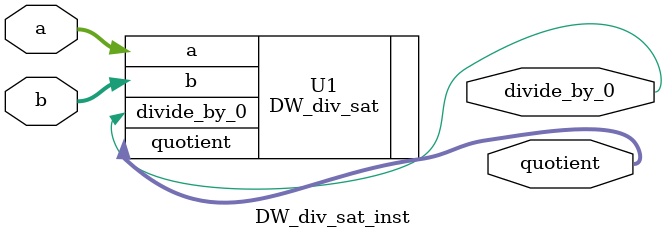
<source format=v>
module DW_div_sat_inst (a, b, quotient, divide_by_0);

  parameter width   = 8;
  parameter tc_mode = 0;

  input  [2*width-1 : 0] a;
  input    [width-1 : 0] b;
  output   [width-1 : 0] quotient;
  output                 divide_by_0;

  // Please add +incdir+$SYNOPSYS/dw/sim_ver+ to your verilog simulator
  // command line (for simulation).

  // instance of DW_div_sat
  DW_div_sat #(2*width, width, width, tc_mode)
    U1 (.a(a), .b(b),
        .quotient(quotient), .divide_by_0(divide_by_0));
endmodule

</source>
